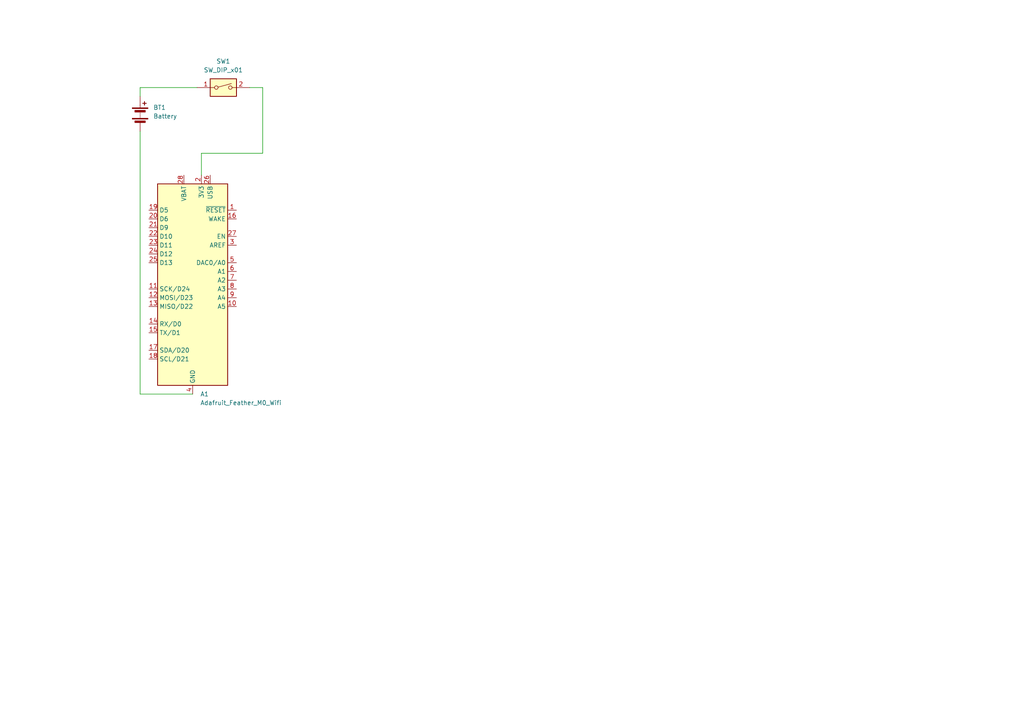
<source format=kicad_sch>
(kicad_sch (version 20230121) (generator eeschema)
  (paper "A4")
  (lib_symbols
    (symbol "Device:Battery" (pin_numbers hide) (pin_names (offset 0) hide)
      (property "Reference" "BT" (at 2.54 2.54 0))
      (property "Value" "Battery" (at 2.54 0 0))
      (symbol "Battery_0_1"
        (rectangle (start -2.286 -1.27) (end 2.286 -1.524) (fill (type outline)))
        (rectangle (start -2.286 1.778) (end 2.286 1.524) (fill (type outline)))
        (rectangle (start -1.524 -2.032) (end 1.524 -2.54) (fill (type outline)))
        (rectangle (start -1.524 1.016) (end 1.524 0.508) (fill (type outline)))
        (polyline (pts (xy 0 -1.016) (xy 0 -0.762)))
        (polyline (pts (xy 0 -0.508) (xy 0 -0.254)))
        (polyline (pts (xy 0 0) (xy 0 0.254)))
        (polyline (pts (xy 0 1.778) (xy 0 2.54)))
        (polyline (pts (xy 0.762 3.048) (xy 1.778 3.048)) (stroke (width 0.254)))
        (polyline (pts (xy 1.27 3.556) (xy 1.27 2.54)) (stroke (width 0.254)))
      )
      (symbol "Battery_1_1"
        (pin passive line (at 0 5.08 270) (length 2.54) (name "+") (number "1"))
        (pin passive line (at 0 -5.08 90) (length 2.54) (name "-") (number "2"))
      )
    )
    (symbol "MCU_Module:Adafruit_Feather_M0_Wifi"
      (property "Reference" "A" (at -10.16 29.21 0))
      (property "Value" "Adafruit_Feather_M0_Wifi" (at 2.54 -31.75 0))
      (symbol "Adafruit_Feather_M0_Wifi_0_1"
        (rectangle (start -10.16 27.94) (end 10.16 -30.48) (stroke (width 0.254)) (fill (type background)))
      )
      (symbol "Adafruit_Feather_M0_Wifi_1_1"
        (pin input line (at 12.7 20.32 180) (length 2.54) (name "~{RESET}") (number "1"))
        (pin bidirectional line (at 12.7 -7.62 180) (length 2.54) (name "A5") (number "10"))
        (pin bidirectional line (at -12.7 -2.54 0) (length 2.54) (name "SCK/D24") (number "11"))
        (pin bidirectional line (at -12.7 -5.08 0) (length 2.54) (name "MOSI/D23") (number "12"))
        (pin bidirectional line (at -12.7 -7.62 0) (length 2.54) (name "MISO/D22") (number "13"))
        (pin bidirectional line (at -12.7 -12.7 0) (length 2.54) (name "RX/D0") (number "14"))
        (pin bidirectional line (at -12.7 -15.24 0) (length 2.54) (name "TX/D1") (number "15"))
        (pin input line (at 12.7 17.78 180) (length 2.54) (name "WAKE") (number "16"))
        (pin bidirectional line (at -12.7 -20.32 0) (length 2.54) (name "SDA/D20") (number "17"))
        (pin bidirectional line (at -12.7 -22.86 0) (length 2.54) (name "SCL/D21") (number "18"))
        (pin bidirectional line (at -12.7 20.32 0) (length 2.54) (name "D5") (number "19"))
        (pin power_in line (at 2.54 30.48 270) (length 2.54) (name "3V3") (number "2"))
        (pin bidirectional line (at -12.7 17.78 0) (length 2.54) (name "D6") (number "20"))
        (pin bidirectional line (at -12.7 15.24 0) (length 2.54) (name "D9") (number "21"))
        (pin bidirectional line (at -12.7 12.7 0) (length 2.54) (name "D10") (number "22"))
        (pin bidirectional line (at -12.7 10.16 0) (length 2.54) (name "D11") (number "23"))
        (pin bidirectional line (at -12.7 7.62 0) (length 2.54) (name "D12") (number "24"))
        (pin bidirectional line (at -12.7 5.08 0) (length 2.54) (name "D13") (number "25"))
        (pin power_in line (at 5.08 30.48 270) (length 2.54) (name "USB") (number "26"))
        (pin input line (at 12.7 12.7 180) (length 2.54) (name "EN") (number "27"))
        (pin power_in line (at -2.54 30.48 270) (length 2.54) (name "VBAT") (number "28"))
        (pin input line (at 12.7 10.16 180) (length 2.54) (name "AREF") (number "3"))
        (pin power_in line (at 0 -33.02 90) (length 2.54) (name "GND") (number "4"))
        (pin bidirectional line (at 12.7 5.08 180) (length 2.54) (name "DAC0/A0") (number "5"))
        (pin bidirectional line (at 12.7 2.54 180) (length 2.54) (name "A1") (number "6"))
        (pin bidirectional line (at 12.7 0 180) (length 2.54) (name "A2") (number "7"))
        (pin bidirectional line (at 12.7 -2.54 180) (length 2.54) (name "A3") (number "8"))
        (pin bidirectional line (at 12.7 -5.08 180) (length 2.54) (name "A4") (number "9"))
      )
    )
    (symbol "Switch:SW_DIP_x01" (pin_names (offset 0) hide)
      (property "Reference" "SW" (at 0 3.81 0))
      (property "Value" "SW_DIP_x01" (at 0 -3.81 0))
      (symbol "SW_DIP_x01_0_0"
        (circle (center -2.032 0) (radius 0.508))
        (polyline (pts (xy -1.524 0.127) (xy 2.3622 1.1684)))
        (circle (center 2.032 0) (radius 0.508))
      )
      (symbol "SW_DIP_x01_0_1"
        (rectangle (start -3.81 2.54) (end 3.81 -2.54) (stroke (width 0.254)) (fill (type background)))
      )
      (symbol "SW_DIP_x01_1_1"
        (pin passive line (at -7.62 0 0) (length 5.08) (name "~") (number "1"))
        (pin passive line (at 7.62 0 180) (length 5.08) (name "~") (number "2"))
      )
    )
  )
  (wire (pts (xy 76.2 44.45) (xy 58.42 44.45)))
  (wire (pts (xy 76.2 25.4) (xy 76.2 44.45)))
  (wire (pts (xy 58.42 44.45) (xy 58.42 50.8)))
  (wire (pts (xy 72.39 25.4) (xy 76.2 25.4)))
  (wire (pts (xy 40.64 114.3) (xy 55.88 114.3)))
  (wire (pts (xy 40.64 27.94) (xy 40.64 25.4)))
  (wire (pts (xy 40.64 25.4) (xy 57.15 25.4)))
  (wire (pts (xy 40.64 38.1) (xy 40.64 114.3)))
  (symbol (lib_id "Device:Battery") (at 40.64 33.02 0) (unit 1)
    (property "Reference" "BT1" (at 44.45 31.1785 0) (effects (justify left)))
    (property "Value" "Battery" (at 44.45 33.7185 0) (effects (justify left)))
  )
  (symbol (lib_id "Switch:SW_DIP_x01") (at 64.77 25.4 0) (unit 1)
    (property "Reference" "SW1" (at 64.77 17.78 0))
    (property "Value" "SW_DIP_x01" (at 64.77 20.32 0))
  )
  (symbol (lib_id "MCU_Module:Adafruit_Feather_M0_Wifi") (at 55.88 81.28 0) (unit 1)
    (property "Reference" "A1" (at 58.0741 114.3 0) (effects (justify left)))
    (property "Value" "Adafruit_Feather_M0_Wifi" (at 58.0741 116.84 0) (effects (justify left)))
    (property "Footprint" "Module:Adafruit_Feather_M0_Wifi" (effects hide))
    (property "Datasheet" "https://cdn-learn.adafruit.com/downloads/pdf/adafruit-feather-m0-wifi-atwinc1500.pdf" (effects hide))
  )
)
</source>
